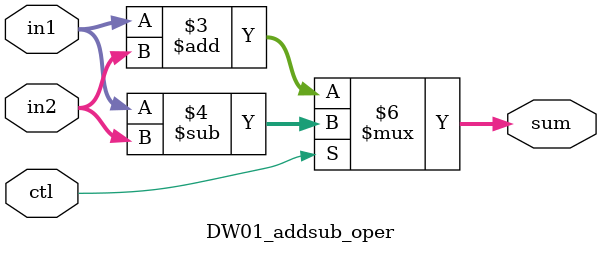
<source format=v>
module DW01_addsub_oper(in1,in2,ctl,sum);
  parameter wordlength = 8;

  input [wordlength-1:0] in1,in2;
  input ctl;
  output [wordlength-1:0] sum;
  reg [wordlength-1:0] sum;

  always @(in1 or in2 or ctl)
  begin
    if (ctl == 0) 
      sum = in1 + in2;
    else
      sum = in1 - in2;
  end
endmodule

</source>
